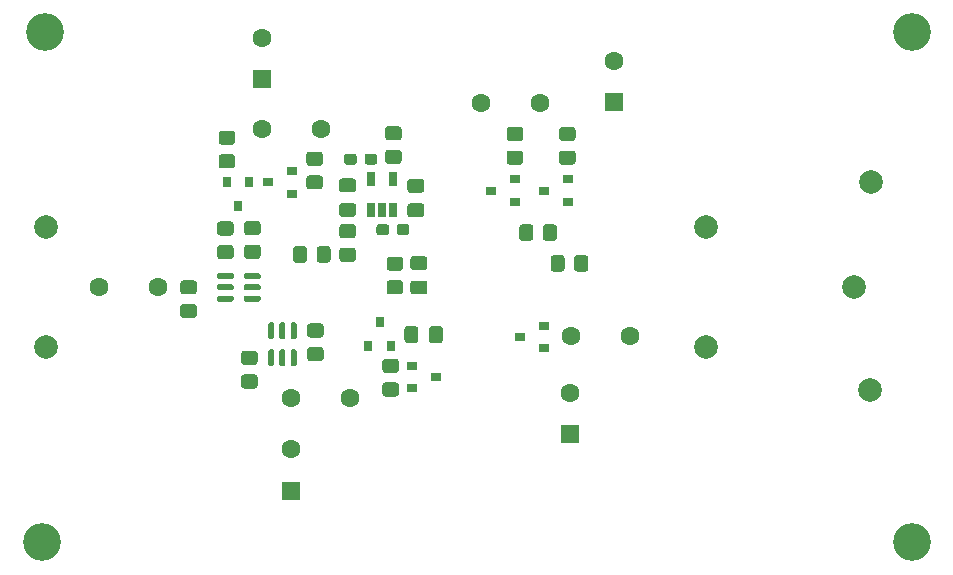
<source format=gbr>
G04 #@! TF.GenerationSoftware,KiCad,Pcbnew,(5.1.10-0-10_14)*
G04 #@! TF.CreationDate,2021-05-20T17:40:10+02:00*
G04 #@! TF.ProjectId,pre-amp-discret,7072652d-616d-4702-9d64-697363726574,rev?*
G04 #@! TF.SameCoordinates,Original*
G04 #@! TF.FileFunction,Soldermask,Top*
G04 #@! TF.FilePolarity,Negative*
%FSLAX46Y46*%
G04 Gerber Fmt 4.6, Leading zero omitted, Abs format (unit mm)*
G04 Created by KiCad (PCBNEW (5.1.10-0-10_14)) date 2021-05-20 17:40:10*
%MOMM*%
%LPD*%
G01*
G04 APERTURE LIST*
%ADD10C,1.600000*%
%ADD11R,1.600000X1.600000*%
%ADD12R,0.650000X1.220000*%
%ADD13R,0.900000X0.800000*%
%ADD14R,0.800000X0.900000*%
%ADD15C,2.000000*%
%ADD16C,3.200000*%
G04 APERTURE END LIST*
D10*
X170751500Y-130866000D03*
D11*
X170751500Y-134366000D03*
D12*
X153863000Y-112759500D03*
X155763000Y-112759500D03*
X155763000Y-115379500D03*
X154813000Y-115379500D03*
X153863000Y-115379500D03*
G36*
G01*
X167621000Y-116834499D02*
X167621000Y-117734501D01*
G75*
G02*
X167371001Y-117984500I-249999J0D01*
G01*
X166670999Y-117984500D01*
G75*
G02*
X166421000Y-117734501I0J249999D01*
G01*
X166421000Y-116834499D01*
G75*
G02*
X166670999Y-116584500I249999J0D01*
G01*
X167371001Y-116584500D01*
G75*
G02*
X167621000Y-116834499I0J-249999D01*
G01*
G37*
G36*
G01*
X169621000Y-116834499D02*
X169621000Y-117734501D01*
G75*
G02*
X169371001Y-117984500I-249999J0D01*
G01*
X168670999Y-117984500D01*
G75*
G02*
X168421000Y-117734501I0J249999D01*
G01*
X168421000Y-116834499D01*
G75*
G02*
X168670999Y-116584500I249999J0D01*
G01*
X169371001Y-116584500D01*
G75*
G02*
X169621000Y-116834499I0J-249999D01*
G01*
G37*
G36*
G01*
X156215501Y-109471000D02*
X155315499Y-109471000D01*
G75*
G02*
X155065500Y-109221001I0J249999D01*
G01*
X155065500Y-108520999D01*
G75*
G02*
X155315499Y-108271000I249999J0D01*
G01*
X156215501Y-108271000D01*
G75*
G02*
X156465500Y-108520999I0J-249999D01*
G01*
X156465500Y-109221001D01*
G75*
G02*
X156215501Y-109471000I-249999J0D01*
G01*
G37*
G36*
G01*
X156215501Y-111471000D02*
X155315499Y-111471000D01*
G75*
G02*
X155065500Y-111221001I0J249999D01*
G01*
X155065500Y-110520999D01*
G75*
G02*
X155315499Y-110271000I249999J0D01*
G01*
X156215501Y-110271000D01*
G75*
G02*
X156465500Y-110520999I0J-249999D01*
G01*
X156465500Y-111221001D01*
G75*
G02*
X156215501Y-111471000I-249999J0D01*
G01*
G37*
G36*
G01*
X151441999Y-118557500D02*
X152342001Y-118557500D01*
G75*
G02*
X152592000Y-118807499I0J-249999D01*
G01*
X152592000Y-119507501D01*
G75*
G02*
X152342001Y-119757500I-249999J0D01*
G01*
X151441999Y-119757500D01*
G75*
G02*
X151192000Y-119507501I0J249999D01*
G01*
X151192000Y-118807499D01*
G75*
G02*
X151441999Y-118557500I249999J0D01*
G01*
G37*
G36*
G01*
X151441999Y-116557500D02*
X152342001Y-116557500D01*
G75*
G02*
X152592000Y-116807499I0J-249999D01*
G01*
X152592000Y-117507501D01*
G75*
G02*
X152342001Y-117757500I-249999J0D01*
G01*
X151441999Y-117757500D01*
G75*
G02*
X151192000Y-117507501I0J249999D01*
G01*
X151192000Y-116807499D01*
G75*
G02*
X151441999Y-116557500I249999J0D01*
G01*
G37*
G36*
G01*
X149548001Y-111630000D02*
X148647999Y-111630000D01*
G75*
G02*
X148398000Y-111380001I0J249999D01*
G01*
X148398000Y-110679999D01*
G75*
G02*
X148647999Y-110430000I249999J0D01*
G01*
X149548001Y-110430000D01*
G75*
G02*
X149798000Y-110679999I0J-249999D01*
G01*
X149798000Y-111380001D01*
G75*
G02*
X149548001Y-111630000I-249999J0D01*
G01*
G37*
G36*
G01*
X149548001Y-113630000D02*
X148647999Y-113630000D01*
G75*
G02*
X148398000Y-113380001I0J249999D01*
G01*
X148398000Y-112679999D01*
G75*
G02*
X148647999Y-112430000I249999J0D01*
G01*
X149548001Y-112430000D01*
G75*
G02*
X149798000Y-112679999I0J-249999D01*
G01*
X149798000Y-113380001D01*
G75*
G02*
X149548001Y-113630000I-249999J0D01*
G01*
G37*
G36*
G01*
X141218499Y-110652000D02*
X142118501Y-110652000D01*
G75*
G02*
X142368500Y-110901999I0J-249999D01*
G01*
X142368500Y-111602001D01*
G75*
G02*
X142118501Y-111852000I-249999J0D01*
G01*
X141218499Y-111852000D01*
G75*
G02*
X140968500Y-111602001I0J249999D01*
G01*
X140968500Y-110901999D01*
G75*
G02*
X141218499Y-110652000I249999J0D01*
G01*
G37*
G36*
G01*
X141218499Y-108652000D02*
X142118501Y-108652000D01*
G75*
G02*
X142368500Y-108901999I0J-249999D01*
G01*
X142368500Y-109602001D01*
G75*
G02*
X142118501Y-109852000I-249999J0D01*
G01*
X141218499Y-109852000D01*
G75*
G02*
X140968500Y-109602001I0J249999D01*
G01*
X140968500Y-108901999D01*
G75*
G02*
X141218499Y-108652000I249999J0D01*
G01*
G37*
D13*
X145161000Y-113030000D03*
X147161000Y-112080000D03*
X147161000Y-113980000D03*
D14*
X142621000Y-114998500D03*
X141671000Y-112998500D03*
X143571000Y-112998500D03*
G36*
G01*
X145542500Y-126315500D02*
X145292500Y-126315500D01*
G75*
G02*
X145167500Y-126190500I0J125000D01*
G01*
X145167500Y-125015500D01*
G75*
G02*
X145292500Y-124890500I125000J0D01*
G01*
X145542500Y-124890500D01*
G75*
G02*
X145667500Y-125015500I0J-125000D01*
G01*
X145667500Y-126190500D01*
G75*
G02*
X145542500Y-126315500I-125000J0D01*
G01*
G37*
G36*
G01*
X146492500Y-126315500D02*
X146242500Y-126315500D01*
G75*
G02*
X146117500Y-126190500I0J125000D01*
G01*
X146117500Y-125015500D01*
G75*
G02*
X146242500Y-124890500I125000J0D01*
G01*
X146492500Y-124890500D01*
G75*
G02*
X146617500Y-125015500I0J-125000D01*
G01*
X146617500Y-126190500D01*
G75*
G02*
X146492500Y-126315500I-125000J0D01*
G01*
G37*
G36*
G01*
X147442500Y-126315500D02*
X147192500Y-126315500D01*
G75*
G02*
X147067500Y-126190500I0J125000D01*
G01*
X147067500Y-125015500D01*
G75*
G02*
X147192500Y-124890500I125000J0D01*
G01*
X147442500Y-124890500D01*
G75*
G02*
X147567500Y-125015500I0J-125000D01*
G01*
X147567500Y-126190500D01*
G75*
G02*
X147442500Y-126315500I-125000J0D01*
G01*
G37*
G36*
G01*
X147442500Y-128590500D02*
X147192500Y-128590500D01*
G75*
G02*
X147067500Y-128465500I0J125000D01*
G01*
X147067500Y-127290500D01*
G75*
G02*
X147192500Y-127165500I125000J0D01*
G01*
X147442500Y-127165500D01*
G75*
G02*
X147567500Y-127290500I0J-125000D01*
G01*
X147567500Y-128465500D01*
G75*
G02*
X147442500Y-128590500I-125000J0D01*
G01*
G37*
G36*
G01*
X146492500Y-128590500D02*
X146242500Y-128590500D01*
G75*
G02*
X146117500Y-128465500I0J125000D01*
G01*
X146117500Y-127290500D01*
G75*
G02*
X146242500Y-127165500I125000J0D01*
G01*
X146492500Y-127165500D01*
G75*
G02*
X146617500Y-127290500I0J-125000D01*
G01*
X146617500Y-128465500D01*
G75*
G02*
X146492500Y-128590500I-125000J0D01*
G01*
G37*
G36*
G01*
X145542500Y-128590500D02*
X145292500Y-128590500D01*
G75*
G02*
X145167500Y-128465500I0J125000D01*
G01*
X145167500Y-127290500D01*
G75*
G02*
X145292500Y-127165500I125000J0D01*
G01*
X145542500Y-127165500D01*
G75*
G02*
X145667500Y-127290500I0J-125000D01*
G01*
X145667500Y-128465500D01*
G75*
G02*
X145542500Y-128590500I-125000J0D01*
G01*
G37*
G36*
G01*
X143104000Y-121095000D02*
X143104000Y-120845000D01*
G75*
G02*
X143229000Y-120720000I125000J0D01*
G01*
X144404000Y-120720000D01*
G75*
G02*
X144529000Y-120845000I0J-125000D01*
G01*
X144529000Y-121095000D01*
G75*
G02*
X144404000Y-121220000I-125000J0D01*
G01*
X143229000Y-121220000D01*
G75*
G02*
X143104000Y-121095000I0J125000D01*
G01*
G37*
G36*
G01*
X143104000Y-122045000D02*
X143104000Y-121795000D01*
G75*
G02*
X143229000Y-121670000I125000J0D01*
G01*
X144404000Y-121670000D01*
G75*
G02*
X144529000Y-121795000I0J-125000D01*
G01*
X144529000Y-122045000D01*
G75*
G02*
X144404000Y-122170000I-125000J0D01*
G01*
X143229000Y-122170000D01*
G75*
G02*
X143104000Y-122045000I0J125000D01*
G01*
G37*
G36*
G01*
X143104000Y-122995000D02*
X143104000Y-122745000D01*
G75*
G02*
X143229000Y-122620000I125000J0D01*
G01*
X144404000Y-122620000D01*
G75*
G02*
X144529000Y-122745000I0J-125000D01*
G01*
X144529000Y-122995000D01*
G75*
G02*
X144404000Y-123120000I-125000J0D01*
G01*
X143229000Y-123120000D01*
G75*
G02*
X143104000Y-122995000I0J125000D01*
G01*
G37*
G36*
G01*
X140829000Y-122995000D02*
X140829000Y-122745000D01*
G75*
G02*
X140954000Y-122620000I125000J0D01*
G01*
X142129000Y-122620000D01*
G75*
G02*
X142254000Y-122745000I0J-125000D01*
G01*
X142254000Y-122995000D01*
G75*
G02*
X142129000Y-123120000I-125000J0D01*
G01*
X140954000Y-123120000D01*
G75*
G02*
X140829000Y-122995000I0J125000D01*
G01*
G37*
G36*
G01*
X140829000Y-122045000D02*
X140829000Y-121795000D01*
G75*
G02*
X140954000Y-121670000I125000J0D01*
G01*
X142129000Y-121670000D01*
G75*
G02*
X142254000Y-121795000I0J-125000D01*
G01*
X142254000Y-122045000D01*
G75*
G02*
X142129000Y-122170000I-125000J0D01*
G01*
X140954000Y-122170000D01*
G75*
G02*
X140829000Y-122045000I0J125000D01*
G01*
G37*
G36*
G01*
X140829000Y-121095000D02*
X140829000Y-120845000D01*
G75*
G02*
X140954000Y-120720000I125000J0D01*
G01*
X142129000Y-120720000D01*
G75*
G02*
X142254000Y-120845000I0J-125000D01*
G01*
X142254000Y-121095000D01*
G75*
G02*
X142129000Y-121220000I-125000J0D01*
G01*
X140954000Y-121220000D01*
G75*
G02*
X140829000Y-121095000I0J125000D01*
G01*
G37*
D15*
X194754500Y-121920000D03*
X196215000Y-113030000D03*
X196088000Y-130619500D03*
D10*
X174434500Y-102735500D03*
D11*
X174434500Y-106235500D03*
G36*
G01*
X157195500Y-114813500D02*
X158145500Y-114813500D01*
G75*
G02*
X158395500Y-115063500I0J-250000D01*
G01*
X158395500Y-115738500D01*
G75*
G02*
X158145500Y-115988500I-250000J0D01*
G01*
X157195500Y-115988500D01*
G75*
G02*
X156945500Y-115738500I0J250000D01*
G01*
X156945500Y-115063500D01*
G75*
G02*
X157195500Y-114813500I250000J0D01*
G01*
G37*
G36*
G01*
X157195500Y-112738500D02*
X158145500Y-112738500D01*
G75*
G02*
X158395500Y-112988500I0J-250000D01*
G01*
X158395500Y-113663500D01*
G75*
G02*
X158145500Y-113913500I-250000J0D01*
G01*
X157195500Y-113913500D01*
G75*
G02*
X156945500Y-113663500I0J250000D01*
G01*
X156945500Y-112988500D01*
G75*
G02*
X157195500Y-112738500I250000J0D01*
G01*
G37*
G36*
G01*
X155403500Y-116793000D02*
X155403500Y-117268000D01*
G75*
G02*
X155166000Y-117505500I-237500J0D01*
G01*
X154566000Y-117505500D01*
G75*
G02*
X154328500Y-117268000I0J237500D01*
G01*
X154328500Y-116793000D01*
G75*
G02*
X154566000Y-116555500I237500J0D01*
G01*
X155166000Y-116555500D01*
G75*
G02*
X155403500Y-116793000I0J-237500D01*
G01*
G37*
G36*
G01*
X157128500Y-116793000D02*
X157128500Y-117268000D01*
G75*
G02*
X156891000Y-117505500I-237500J0D01*
G01*
X156291000Y-117505500D01*
G75*
G02*
X156053500Y-117268000I0J237500D01*
G01*
X156053500Y-116793000D01*
G75*
G02*
X156291000Y-116555500I237500J0D01*
G01*
X156891000Y-116555500D01*
G75*
G02*
X157128500Y-116793000I0J-237500D01*
G01*
G37*
G36*
G01*
X153323000Y-111299000D02*
X153323000Y-110824000D01*
G75*
G02*
X153560500Y-110586500I237500J0D01*
G01*
X154160500Y-110586500D01*
G75*
G02*
X154398000Y-110824000I0J-237500D01*
G01*
X154398000Y-111299000D01*
G75*
G02*
X154160500Y-111536500I-237500J0D01*
G01*
X153560500Y-111536500D01*
G75*
G02*
X153323000Y-111299000I0J237500D01*
G01*
G37*
G36*
G01*
X151598000Y-111299000D02*
X151598000Y-110824000D01*
G75*
G02*
X151835500Y-110586500I237500J0D01*
G01*
X152435500Y-110586500D01*
G75*
G02*
X152673000Y-110824000I0J-237500D01*
G01*
X152673000Y-111299000D01*
G75*
G02*
X152435500Y-111536500I-237500J0D01*
G01*
X151835500Y-111536500D01*
G75*
G02*
X151598000Y-111299000I0J237500D01*
G01*
G37*
G36*
G01*
X152367000Y-113871500D02*
X151417000Y-113871500D01*
G75*
G02*
X151167000Y-113621500I0J250000D01*
G01*
X151167000Y-112946500D01*
G75*
G02*
X151417000Y-112696500I250000J0D01*
G01*
X152367000Y-112696500D01*
G75*
G02*
X152617000Y-112946500I0J-250000D01*
G01*
X152617000Y-113621500D01*
G75*
G02*
X152367000Y-113871500I-250000J0D01*
G01*
G37*
G36*
G01*
X152367000Y-115946500D02*
X151417000Y-115946500D01*
G75*
G02*
X151167000Y-115696500I0J250000D01*
G01*
X151167000Y-115021500D01*
G75*
G02*
X151417000Y-114771500I250000J0D01*
G01*
X152367000Y-114771500D01*
G75*
G02*
X152617000Y-115021500I0J-250000D01*
G01*
X152617000Y-115696500D01*
G75*
G02*
X152367000Y-115946500I-250000J0D01*
G01*
G37*
D10*
X147129500Y-135636000D03*
D11*
X147129500Y-139136000D03*
D10*
X144653000Y-100767000D03*
D11*
X144653000Y-104267000D03*
D10*
X175815000Y-126047500D03*
X170815000Y-126047500D03*
X168211500Y-106299000D03*
X163211500Y-106299000D03*
X152129500Y-131318000D03*
X147129500Y-131318000D03*
X144669500Y-108521500D03*
X149669500Y-108521500D03*
D15*
X182245000Y-127000000D03*
X182245000Y-116840000D03*
X126365000Y-127000000D03*
X126365000Y-116840000D03*
D13*
X166529000Y-126108500D03*
X168529000Y-125158500D03*
X168529000Y-127058500D03*
G36*
G01*
X157877000Y-125445500D02*
X157877000Y-126395500D01*
G75*
G02*
X157627000Y-126645500I-250000J0D01*
G01*
X156952000Y-126645500D01*
G75*
G02*
X156702000Y-126395500I0J250000D01*
G01*
X156702000Y-125445500D01*
G75*
G02*
X156952000Y-125195500I250000J0D01*
G01*
X157627000Y-125195500D01*
G75*
G02*
X157877000Y-125445500I0J-250000D01*
G01*
G37*
G36*
G01*
X159952000Y-125445500D02*
X159952000Y-126395500D01*
G75*
G02*
X159702000Y-126645500I-250000J0D01*
G01*
X159027000Y-126645500D01*
G75*
G02*
X158777000Y-126395500I0J250000D01*
G01*
X158777000Y-125445500D01*
G75*
G02*
X159027000Y-125195500I250000J0D01*
G01*
X159702000Y-125195500D01*
G75*
G02*
X159952000Y-125445500I0J-250000D01*
G01*
G37*
G36*
G01*
X157449500Y-121345200D02*
X158399500Y-121345200D01*
G75*
G02*
X158649500Y-121595200I0J-250000D01*
G01*
X158649500Y-122270200D01*
G75*
G02*
X158399500Y-122520200I-250000J0D01*
G01*
X157449500Y-122520200D01*
G75*
G02*
X157199500Y-122270200I0J250000D01*
G01*
X157199500Y-121595200D01*
G75*
G02*
X157449500Y-121345200I250000J0D01*
G01*
G37*
G36*
G01*
X157449500Y-119270200D02*
X158399500Y-119270200D01*
G75*
G02*
X158649500Y-119520200I0J-250000D01*
G01*
X158649500Y-120195200D01*
G75*
G02*
X158399500Y-120445200I-250000J0D01*
G01*
X157449500Y-120445200D01*
G75*
G02*
X157199500Y-120195200I0J250000D01*
G01*
X157199500Y-119520200D01*
G75*
G02*
X157449500Y-119270200I250000J0D01*
G01*
G37*
X170529000Y-114678500D03*
X170529000Y-112778500D03*
X168529000Y-113728500D03*
G36*
G01*
X137979999Y-123320000D02*
X138880001Y-123320000D01*
G75*
G02*
X139130000Y-123569999I0J-249999D01*
G01*
X139130000Y-124270001D01*
G75*
G02*
X138880001Y-124520000I-249999J0D01*
G01*
X137979999Y-124520000D01*
G75*
G02*
X137730000Y-124270001I0J249999D01*
G01*
X137730000Y-123569999D01*
G75*
G02*
X137979999Y-123320000I249999J0D01*
G01*
G37*
G36*
G01*
X137979999Y-121320000D02*
X138880001Y-121320000D01*
G75*
G02*
X139130000Y-121569999I0J-249999D01*
G01*
X139130000Y-122270001D01*
G75*
G02*
X138880001Y-122520000I-249999J0D01*
G01*
X137979999Y-122520000D01*
G75*
G02*
X137730000Y-122270001I0J249999D01*
G01*
X137730000Y-121569999D01*
G75*
G02*
X137979999Y-121320000I249999J0D01*
G01*
G37*
G36*
G01*
X170272000Y-119437999D02*
X170272000Y-120338001D01*
G75*
G02*
X170022001Y-120588000I-249999J0D01*
G01*
X169321999Y-120588000D01*
G75*
G02*
X169072000Y-120338001I0J249999D01*
G01*
X169072000Y-119437999D01*
G75*
G02*
X169321999Y-119188000I249999J0D01*
G01*
X170022001Y-119188000D01*
G75*
G02*
X170272000Y-119437999I0J-249999D01*
G01*
G37*
G36*
G01*
X172272000Y-119437999D02*
X172272000Y-120338001D01*
G75*
G02*
X172022001Y-120588000I-249999J0D01*
G01*
X171321999Y-120588000D01*
G75*
G02*
X171072000Y-120338001I0J249999D01*
G01*
X171072000Y-119437999D01*
G75*
G02*
X171321999Y-119188000I249999J0D01*
G01*
X172022001Y-119188000D01*
G75*
G02*
X172272000Y-119437999I0J-249999D01*
G01*
G37*
G36*
G01*
X170047499Y-110334500D02*
X170947501Y-110334500D01*
G75*
G02*
X171197500Y-110584499I0J-249999D01*
G01*
X171197500Y-111284501D01*
G75*
G02*
X170947501Y-111534500I-249999J0D01*
G01*
X170047499Y-111534500D01*
G75*
G02*
X169797500Y-111284501I0J249999D01*
G01*
X169797500Y-110584499D01*
G75*
G02*
X170047499Y-110334500I249999J0D01*
G01*
G37*
G36*
G01*
X170047499Y-108334500D02*
X170947501Y-108334500D01*
G75*
G02*
X171197500Y-108584499I0J-249999D01*
G01*
X171197500Y-109284501D01*
G75*
G02*
X170947501Y-109534500I-249999J0D01*
G01*
X170047499Y-109534500D01*
G75*
G02*
X169797500Y-109284501I0J249999D01*
G01*
X169797500Y-108584499D01*
G75*
G02*
X170047499Y-108334500I249999J0D01*
G01*
G37*
G36*
G01*
X165602499Y-110334500D02*
X166502501Y-110334500D01*
G75*
G02*
X166752500Y-110584499I0J-249999D01*
G01*
X166752500Y-111284501D01*
G75*
G02*
X166502501Y-111534500I-249999J0D01*
G01*
X165602499Y-111534500D01*
G75*
G02*
X165352500Y-111284501I0J249999D01*
G01*
X165352500Y-110584499D01*
G75*
G02*
X165602499Y-110334500I249999J0D01*
G01*
G37*
G36*
G01*
X165602499Y-108334500D02*
X166502501Y-108334500D01*
G75*
G02*
X166752500Y-108584499I0J-249999D01*
G01*
X166752500Y-109284501D01*
G75*
G02*
X166502501Y-109534500I-249999J0D01*
G01*
X165602499Y-109534500D01*
G75*
G02*
X165352500Y-109284501I0J249999D01*
G01*
X165352500Y-108584499D01*
G75*
G02*
X165602499Y-108334500I249999J0D01*
G01*
G37*
G36*
G01*
X155086899Y-129962100D02*
X155986901Y-129962100D01*
G75*
G02*
X156236900Y-130212099I0J-249999D01*
G01*
X156236900Y-130912101D01*
G75*
G02*
X155986901Y-131162100I-249999J0D01*
G01*
X155086899Y-131162100D01*
G75*
G02*
X154836900Y-130912101I0J249999D01*
G01*
X154836900Y-130212099D01*
G75*
G02*
X155086899Y-129962100I249999J0D01*
G01*
G37*
G36*
G01*
X155086899Y-127962100D02*
X155986901Y-127962100D01*
G75*
G02*
X156236900Y-128212099I0J-249999D01*
G01*
X156236900Y-128912101D01*
G75*
G02*
X155986901Y-129162100I-249999J0D01*
G01*
X155086899Y-129162100D01*
G75*
G02*
X154836900Y-128912101I0J249999D01*
G01*
X154836900Y-128212099D01*
G75*
G02*
X155086899Y-127962100I249999J0D01*
G01*
G37*
G36*
G01*
X155442499Y-121320000D02*
X156342501Y-121320000D01*
G75*
G02*
X156592500Y-121569999I0J-249999D01*
G01*
X156592500Y-122270001D01*
G75*
G02*
X156342501Y-122520000I-249999J0D01*
G01*
X155442499Y-122520000D01*
G75*
G02*
X155192500Y-122270001I0J249999D01*
G01*
X155192500Y-121569999D01*
G75*
G02*
X155442499Y-121320000I249999J0D01*
G01*
G37*
G36*
G01*
X155442499Y-119320000D02*
X156342501Y-119320000D01*
G75*
G02*
X156592500Y-119569999I0J-249999D01*
G01*
X156592500Y-120270001D01*
G75*
G02*
X156342501Y-120520000I-249999J0D01*
G01*
X155442499Y-120520000D01*
G75*
G02*
X155192500Y-120270001I0J249999D01*
G01*
X155192500Y-119569999D01*
G75*
G02*
X155442499Y-119320000I249999J0D01*
G01*
G37*
G36*
G01*
X148460000Y-118675999D02*
X148460000Y-119576001D01*
G75*
G02*
X148210001Y-119826000I-249999J0D01*
G01*
X147509999Y-119826000D01*
G75*
G02*
X147260000Y-119576001I0J249999D01*
G01*
X147260000Y-118675999D01*
G75*
G02*
X147509999Y-118426000I249999J0D01*
G01*
X148210001Y-118426000D01*
G75*
G02*
X148460000Y-118675999I0J-249999D01*
G01*
G37*
G36*
G01*
X150460000Y-118675999D02*
X150460000Y-119576001D01*
G75*
G02*
X150210001Y-119826000I-249999J0D01*
G01*
X149509999Y-119826000D01*
G75*
G02*
X149260000Y-119576001I0J249999D01*
G01*
X149260000Y-118675999D01*
G75*
G02*
X149509999Y-118426000I249999J0D01*
G01*
X150210001Y-118426000D01*
G75*
G02*
X150460000Y-118675999I0J-249999D01*
G01*
G37*
G36*
G01*
X148711499Y-126971500D02*
X149611501Y-126971500D01*
G75*
G02*
X149861500Y-127221499I0J-249999D01*
G01*
X149861500Y-127921501D01*
G75*
G02*
X149611501Y-128171500I-249999J0D01*
G01*
X148711499Y-128171500D01*
G75*
G02*
X148461500Y-127921501I0J249999D01*
G01*
X148461500Y-127221499D01*
G75*
G02*
X148711499Y-126971500I249999J0D01*
G01*
G37*
G36*
G01*
X148711499Y-124971500D02*
X149611501Y-124971500D01*
G75*
G02*
X149861500Y-125221499I0J-249999D01*
G01*
X149861500Y-125921501D01*
G75*
G02*
X149611501Y-126171500I-249999J0D01*
G01*
X148711499Y-126171500D01*
G75*
G02*
X148461500Y-125921501I0J249999D01*
G01*
X148461500Y-125221499D01*
G75*
G02*
X148711499Y-124971500I249999J0D01*
G01*
G37*
G36*
G01*
X143377499Y-118303500D02*
X144277501Y-118303500D01*
G75*
G02*
X144527500Y-118553499I0J-249999D01*
G01*
X144527500Y-119253501D01*
G75*
G02*
X144277501Y-119503500I-249999J0D01*
G01*
X143377499Y-119503500D01*
G75*
G02*
X143127500Y-119253501I0J249999D01*
G01*
X143127500Y-118553499D01*
G75*
G02*
X143377499Y-118303500I249999J0D01*
G01*
G37*
G36*
G01*
X143377499Y-116303500D02*
X144277501Y-116303500D01*
G75*
G02*
X144527500Y-116553499I0J-249999D01*
G01*
X144527500Y-117253501D01*
G75*
G02*
X144277501Y-117503500I-249999J0D01*
G01*
X143377499Y-117503500D01*
G75*
G02*
X143127500Y-117253501I0J249999D01*
G01*
X143127500Y-116553499D01*
G75*
G02*
X143377499Y-116303500I249999J0D01*
G01*
G37*
G36*
G01*
X143123499Y-129289000D02*
X144023501Y-129289000D01*
G75*
G02*
X144273500Y-129538999I0J-249999D01*
G01*
X144273500Y-130239001D01*
G75*
G02*
X144023501Y-130489000I-249999J0D01*
G01*
X143123499Y-130489000D01*
G75*
G02*
X142873500Y-130239001I0J249999D01*
G01*
X142873500Y-129538999D01*
G75*
G02*
X143123499Y-129289000I249999J0D01*
G01*
G37*
G36*
G01*
X143123499Y-127289000D02*
X144023501Y-127289000D01*
G75*
G02*
X144273500Y-127538999I0J-249999D01*
G01*
X144273500Y-128239001D01*
G75*
G02*
X144023501Y-128489000I-249999J0D01*
G01*
X143123499Y-128489000D01*
G75*
G02*
X142873500Y-128239001I0J249999D01*
G01*
X142873500Y-127538999D01*
G75*
G02*
X143123499Y-127289000I249999J0D01*
G01*
G37*
G36*
G01*
X141091499Y-118335500D02*
X141991501Y-118335500D01*
G75*
G02*
X142241500Y-118585499I0J-249999D01*
G01*
X142241500Y-119285501D01*
G75*
G02*
X141991501Y-119535500I-249999J0D01*
G01*
X141091499Y-119535500D01*
G75*
G02*
X140841500Y-119285501I0J249999D01*
G01*
X140841500Y-118585499D01*
G75*
G02*
X141091499Y-118335500I249999J0D01*
G01*
G37*
G36*
G01*
X141091499Y-116335500D02*
X141991501Y-116335500D01*
G75*
G02*
X142241500Y-116585499I0J-249999D01*
G01*
X142241500Y-117285501D01*
G75*
G02*
X141991501Y-117535500I-249999J0D01*
G01*
X141091499Y-117535500D01*
G75*
G02*
X140841500Y-117285501I0J249999D01*
G01*
X140841500Y-116585499D01*
G75*
G02*
X141091499Y-116335500I249999J0D01*
G01*
G37*
X159365700Y-129512100D03*
X157365700Y-130462100D03*
X157365700Y-128562100D03*
X164052500Y-113731000D03*
X166052500Y-112781000D03*
X166052500Y-114681000D03*
D14*
X154607300Y-124885700D03*
X155557300Y-126885700D03*
X153657300Y-126885700D03*
D16*
X126238000Y-100330000D03*
X125984000Y-143510000D03*
X199644000Y-143510000D03*
X199644000Y-100330000D03*
D10*
X130810000Y-121920000D03*
X135810000Y-121920000D03*
M02*

</source>
